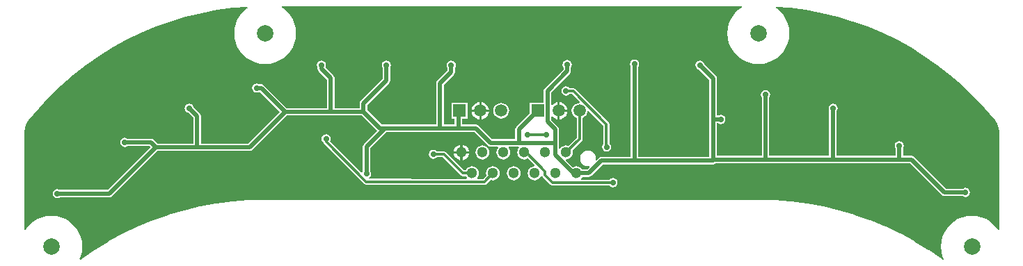
<source format=gbl>
%FSTAX23Y23*%
%MOMM*%
%SFA1B1*%

%IPPOS*%
%ADD17C,0.299999*%
%ADD18C,0.499999*%
%ADD19C,1.499997*%
%ADD20R,1.499997X1.499997*%
%ADD21C,1.299997*%
%ADD22C,1.999996*%
%ADD23C,0.699999*%
%LNfront_sensor-1*%
%LPD*%
G36*
X27999Y24169D02*
X27789Y24039D01*
X27339Y23659*
X26959Y23209*
X26649Y22709*
X26419Y22159*
X26279Y21589*
X26239Y20999*
X26279Y20409*
X26419Y19839*
X26649Y19289*
X26959Y18789*
X27339Y18339*
X27789Y17959*
X28289Y17649*
X28839Y17419*
X29409Y17279*
X29999Y17239*
X30589Y17279*
X31159Y17419*
X31709Y17649*
X32209Y17959*
X32659Y18339*
X33039Y18789*
X33349Y19289*
X33579Y19839*
X33719Y20409*
X33759Y20999*
X33719Y21589*
X33579Y22159*
X33349Y22709*
X33039Y23209*
X32659Y23659*
X32209Y24039*
X32119Y24099*
X32159Y24229*
X33879Y24089*
X35809Y23829*
X37719Y23469*
X39609Y23019*
X41479Y22459*
X43309Y21799*
X45099Y21049*
X46859Y20209*
X48559Y19269*
X50209Y18239*
X51809Y17129*
X53349Y15939*
X54819Y14669*
X56219Y13319*
X57539Y11889*
X58779Y10429*
X59059Y09969*
X59229Y09489*
X59289Y08939*
Y-02959*
X59169Y-02999*
X59039Y-02789*
X58659Y-02339*
X58209Y-01959*
X57709Y-01649*
X57159Y-01419*
X56589Y-01279*
X55999Y-01239*
X55409Y-01279*
X54839Y-01419*
X54289Y-01649*
X53789Y-01959*
X53339Y-02339*
X52959Y-02789*
X52649Y-03289*
X52419Y-03839*
X52279Y-04409*
X52239Y-04999*
X52279Y-05589*
X52419Y-06159*
X52569Y-06519*
X52469Y-06599*
X52379Y-06539*
X52369Y-06529*
X52349Y-06519*
X50739Y-05409*
X50719*
X50709Y-05389*
X49039Y-04379*
X49019Y-04369*
X49009Y-04359*
X47289Y-03429*
X47269Y-03419*
X47259Y-03409*
X45489Y-02579*
X45469Y-02569*
X45459Y-02559*
X43649Y-01819*
X43629Y-01809*
X43619Y-01799*
X41769Y-01149*
X41749*
X41739Y-01139*
X39859Y-00589*
X39839*
X39829Y-00579*
X37929Y-00129*
X37909Y-00119*
X37889*
X35969Y00239*
X35949*
X35929*
X33989Y00499*
X33979*
X33959*
X32009Y00649*
X31989*
X31969*
X30019Y00709*
X30009Y00699*
X29999Y00709*
X-29999*
X-30009Y00699*
X-30019Y00709*
X-31969Y00649*
X-31989*
X-32009*
X-33959Y00499*
X-33979*
X-33989*
X-35929Y00239*
X-35949*
X-35969*
X-37889Y-00119*
X-37909*
X-37929Y-00129*
X-39829Y-00579*
X-39839Y-00589*
X-39859*
X-41739Y-01139*
X-41749Y-01149*
X-41769*
X-43619Y-01799*
X-43629Y-01809*
X-43649Y-01819*
X-45459Y-02559*
X-45469Y-02569*
X-45489Y-02579*
X-47259Y-03409*
X-47269Y-03419*
X-47289Y-03429*
X-49009Y-04359*
X-49019Y-04369*
X-49039Y-04379*
X-50709Y-05389*
X-50719Y-05409*
X-50739*
X-52349Y-06519*
X-52369Y-06529*
X-52379Y-06539*
X-52469Y-06599*
X-52569Y-06519*
X-52419Y-06159*
X-52279Y-05589*
X-52239Y-04999*
X-52279Y-04409*
X-52419Y-03839*
X-52649Y-03289*
X-52959Y-02789*
X-53339Y-02339*
X-53789Y-01959*
X-54289Y-01649*
X-54839Y-01419*
X-55409Y-01279*
X-55999Y-01239*
X-56589Y-01279*
X-57159Y-01419*
X-57709Y-01649*
X-58209Y-01959*
X-58659Y-02339*
X-59039Y-02789*
X-59169Y-02999*
X-59289Y-02959*
Y08939*
X-59229Y09489*
X-59059Y09969*
X-58779Y10429*
X-57539Y11889*
X-56219Y13319*
X-54819Y14669*
X-53349Y15939*
X-51809Y17129*
X-50209Y18239*
X-48559Y19269*
X-46859Y20209*
X-45099Y21049*
X-43309Y21799*
X-41479Y22459*
X-39609Y23019*
X-37719Y23469*
X-35809Y23829*
X-33879Y24089*
X-32159Y24229*
X-32119Y24099*
X-32209Y24039*
X-32659Y23659*
X-33039Y23209*
X-33349Y22709*
X-33579Y22159*
X-33719Y21589*
X-33759Y20999*
X-33719Y20409*
X-33579Y19839*
X-33349Y19289*
X-33039Y18789*
X-32659Y18339*
X-32209Y17959*
X-31709Y17649*
X-31159Y17419*
X-30589Y17279*
X-29999Y17239*
X-29409Y17279*
X-28839Y17419*
X-28289Y17649*
X-27789Y17959*
X-27339Y18339*
X-26959Y18789*
X-26649Y19289*
X-26419Y19839*
X-26279Y20409*
X-26239Y20999*
X-26279Y21589*
X-26419Y22159*
X-26649Y22709*
X-26959Y23209*
X-27339Y23659*
X-27789Y24039*
X-27999Y24169*
X-27959Y24289*
X27959*
X27999Y24169*
G37*
%LNfront_sensor-2*%
%LPC*%
G36*
X14949Y17809D02*
X14739Y17769D01*
X14549Y17649*
X14429Y17459*
X14389Y17249*
X14429Y17039*
X14489Y16949*
Y05919*
X10919*
X10749Y05879*
X10599Y05789*
X10329Y05519*
X10209Y05579*
X10229Y05739*
X10199Y05979*
X10099Y06219*
X09949Y06409*
X09749Y06569*
X09519Y06659*
X09269Y06699*
X09029Y06659*
X08789Y06569*
X08599Y06409*
X08439Y06219*
X08349Y05979*
X08319Y05739*
X08349Y05489*
X08439Y05259*
X08599Y05059*
X08789Y04909*
X09029Y04809*
X09269Y04779*
X09429Y04799*
X09489Y04679*
X09209Y04399*
X08589*
X08479Y04539*
X08299Y04679*
X08099Y04769*
X07869Y04789*
X07649Y04769*
X07449Y04679*
X07429Y04669*
X06599Y05499*
X06649Y05629*
X06829Y05649*
X07029Y05729*
X07209Y05869*
X07349Y06049*
X07429Y06259*
X07459Y06479*
X07429Y06699*
X07399Y06769*
X08509Y07879*
X08579Y07989*
X08609Y08129*
Y10679*
X08729Y10729*
X08929Y10879*
X09079Y11079*
X09179Y11309*
X09209Y11549*
X09249Y11579*
X09329Y11609*
X11179Y09759*
Y07539*
X11149Y07519*
X11029Y07339*
X10989Y07119*
X11029Y06909*
X11149Y06729*
X11339Y06609*
X11549Y06559*
X11759Y06609*
X11949Y06729*
X12069Y06909*
X12109Y07119*
X12069Y07339*
X11949Y07519*
X11889Y07559*
Y09909*
X11859Y10049*
X11789Y10159*
X07719Y14229*
X07609Y14299*
X07469Y14329*
X07019*
X06999Y14369*
X06809Y14489*
X06599Y14539*
X06389Y14489*
X06199Y14369*
X06079Y14189*
X06039Y13979*
X06079Y13759*
X06199Y13579*
X06389Y13459*
X06599Y13409*
X06809Y13459*
X06999Y13579*
X07019Y13619*
X07319*
X08309Y12629*
X08269Y12549*
X08249Y12509*
X08009Y12479*
X07779Y12389*
X07579Y12229*
X07429Y12039*
X07329Y11809*
X07299Y11559*
X07329Y11309*
X07429Y11079*
X07579Y10879*
X07779Y10729*
X07899Y10679*
Y08279*
X06899Y07279*
X06829Y07309*
X06599Y07329*
X06379Y07309*
X06179Y07219*
X05999Y07079*
X05859Y06909*
Y06899*
X05729Y06929*
Y07629*
Y09269*
X05699Y09449*
X05599Y09599*
X04809Y10389*
Y10819*
X04929Y10859*
X04969Y10809*
X05189Y10639*
X05439Y10529*
X05569Y10519*
Y11559*
Y12599*
X05439Y12579*
X05189Y12469*
X04969Y12309*
X04929Y12259*
X04809Y12299*
Y13809*
X07069Y16079*
X07169Y16219*
X07209Y16399*
Y16869*
X07269Y16959*
X07309Y17169*
X07269Y17389*
X07149Y17569*
X06959Y17689*
X06749Y17739*
X06539Y17689*
X06349Y17569*
X06229Y17389*
X06189Y17169*
X06229Y16959*
X06289Y16869*
Y16589*
X04029Y14319*
X03929Y14179*
X03889Y13999*
Y12509*
X02219*
Y11259*
X00559Y09599*
X00469Y09449*
X00429Y09269*
Y08089*
X-02359*
X-03989Y09719*
X-04139Y09819*
X-04319Y09859*
X-06019*
Y10609*
X-05399*
Y12509*
X-07299*
Y10609*
X-06939*
Y09859*
X-08269*
Y14709*
X-07029Y15949*
X-06929Y16099*
X-06889Y16269*
Y16819*
X-06829Y16909*
X-06789Y17119*
X-06829Y17339*
X-06949Y17519*
X-07139Y17639*
X-07349Y17689*
X-07559Y17639*
X-07749Y17519*
X-07869Y17339*
X-07909Y17119*
X-07869Y16909*
X-07809Y16819*
Y16469*
X-09049Y15219*
X-09149Y15079*
X-09179Y14899*
Y09859*
X-15809*
X-17579Y11619*
Y12249*
X-14929Y14899*
X-14829Y15049*
X-14789Y15229*
Y16799*
X-14729Y16889*
X-14689Y17099*
X-14729Y17309*
X-14849Y17499*
X-15039Y17619*
X-15249Y17659*
X-15459Y17619*
X-15649Y17499*
X-15769Y17309*
X-15809Y17099*
X-15769Y16889*
X-15709Y16799*
Y15419*
X-18359Y12769*
X-18459Y12619*
X-18489Y12439*
Y11889*
X-21569*
Y15549*
X-21599Y15729*
X-21699Y15869*
X-22659Y16839*
X-22629Y16889*
X-22589Y17099*
X-22629Y17309*
X-22749Y17499*
X-22939Y17619*
X-23149Y17659*
X-23359Y17619*
X-23549Y17499*
X-23669Y17309*
X-23709Y17099*
X-23669Y16889*
X-23609Y16799*
Y16669*
X-23569Y16499*
X-23469Y16349*
X-22479Y15359*
Y11889*
X-27369*
X-30129Y14649*
X-30279Y14749*
X-30449Y14779*
X-30719*
X-30809Y14839*
X-31019Y14889*
X-31239Y14839*
X-31419Y14719*
X-31539Y14539*
X-31589Y14319*
X-31539Y14109*
X-31419Y13929*
X-31239Y13809*
X-31019Y13759*
X-30809Y13809*
X-30719Y13869*
X-30639*
X-28209Y11429*
X-32069Y07569*
X-37819*
Y10899*
X-37849Y11079*
X-37949Y11219*
X-38689Y11959*
X-38709Y12059*
X-38829Y12249*
X-39009Y12369*
X-39219Y12409*
X-39439Y12369*
X-39619Y12249*
X-39739Y12059*
X-39789Y11849*
X-39739Y11639*
X-39619Y11449*
X-39439Y11329*
X-39329Y11309*
X-38729Y10709*
Y07569*
X-43119*
X-43569Y08019*
X-43719Y08119*
X-43899Y08159*
X-46769*
X-46859Y08219*
X-47079Y08259*
X-47289Y08219*
X-47469Y08099*
X-47589Y07909*
X-47639Y07699*
X-47589Y07489*
X-47469Y07299*
X-47289Y07179*
X-47079Y07139*
X-46859Y07179*
X-46769Y07239*
X-44089*
X-43959Y07109*
X-49159Y01909*
X-54969*
X-55059Y01969*
X-55279Y02009*
X-55489Y01969*
X-55669Y01849*
X-55789Y01659*
X-55839Y01449*
X-55789Y01239*
X-55669Y01049*
X-55489Y00929*
X-55279Y00889*
X-55059Y00929*
X-54969Y00989*
X-48969*
X-48789Y01029*
X-48639Y01129*
X-43119Y06649*
X-31879*
X-31699Y06689*
X-31549Y06789*
X-27369Y10969*
X-18219*
X-16359Y09109*
X-17999Y07469*
X-18099Y07329*
X-18129Y07149*
Y04179*
X-18189Y04089*
X-18199Y04069*
X-18319Y04029*
X-22129Y07839*
X-22059Y07939*
X-22019Y08149*
X-22059Y08369*
X-22179Y08549*
X-22369Y08669*
X-22579Y08709*
X-22789Y08669*
X-22979Y08549*
X-23099Y08369*
X-23139Y08149*
X-23099Y07939*
X-22979Y07759*
X-22919Y07719*
X-22909Y07649*
X-22829Y07539*
X-17959Y02659*
X-17839Y02579*
X-17699Y02559*
X-12369*
Y02549*
X-12229Y02529*
X-03339*
X-03199Y02549*
X-03089Y02629*
X-02579Y03139*
X-02509Y03109*
X-02289Y03079*
X-02059Y03109*
X-01859Y03189*
X-01679Y03329*
X-01539Y03509*
X-01459Y03719*
X-01429Y03939*
X-01459Y04159*
X-01539Y04369*
X-01679Y04539*
X-01859Y04679*
X-02059Y04769*
X-02289Y04789*
X-02509Y04769*
X-02709Y04679*
X-02889Y04539*
X-03029Y04369*
X-03109Y04159*
X-03139Y03939*
X-03109Y03719*
X-03079Y03639*
X-03489Y03239*
X-04139*
X-04189Y03369*
X-04079Y03509*
X-03999Y03719*
X-03969Y03939*
X-03999Y04159*
X-04079Y04369*
X-04219Y04539*
X-04399Y04679*
X-04599Y04769*
X-04829Y04789*
X-05049Y04769*
X-05249Y04679*
X-05429Y04539*
X-05569Y04369*
X-05599Y04289*
X-05819*
X-08029Y06499*
X-08149Y06579*
X-08279Y06609*
X-09099*
X-09129Y06649*
X-09309Y06769*
X-09519Y06809*
X-09739Y06769*
X-09919Y06649*
X-10039Y06459*
X-10089Y06249*
X-10039Y06039*
X-09919Y05849*
X-09739Y05729*
X-09519Y05689*
X-09309Y05729*
X-09129Y05849*
X-09099Y05889*
X-08429*
X-06219Y03679*
X-06109Y03609*
X-05969Y03579*
X-05599*
X-05569Y03509*
X-05459Y03369*
X-05509Y03239*
X-12119*
X-12259Y03269*
X-17359*
X-17399Y03399*
X-17279Y03479*
X-17159Y03659*
X-17109Y03879*
X-17159Y04089*
X-17219Y04179*
Y06959*
X-15239Y08939*
X-04509*
X-02879Y07309*
X-02729Y07209*
X-02549Y07169*
X-01699*
X-01649Y07049*
X-01759Y06909*
X-01839Y06699*
X-01869Y06479*
X-01839Y06259*
X-01759Y06049*
X-01619Y05869*
X-01439Y05729*
X-01239Y05649*
X-01019Y05619*
X-00789Y05649*
X-00589Y05729*
X-00409Y05869*
X-00269Y06049*
X-00189Y06259*
X-00159Y06479*
X-00189Y06699*
X-00269Y06909*
X-00379Y07049*
X-00329Y07169*
X00839*
X00889Y07049*
X00779Y06909*
X00699Y06699*
X00669Y06479*
X00699Y06259*
X00779Y06049*
X00919Y05869*
X01099Y05729*
X01299Y05649*
X01519Y05619*
X01749Y05649*
X01949Y05729*
X01969Y05749*
X02799Y04909*
X02749Y04789*
X02569Y04769*
X02369Y04679*
X02189Y04539*
X02049Y04369*
X01969Y04159*
X01939Y03939*
X01969Y03719*
X02049Y03509*
X02189Y03329*
X02369Y03189*
X02569Y03109*
X02789Y03079*
X03019Y03109*
X03219Y03189*
X03399Y03329*
X03539Y03509*
X03599Y03659*
X03729Y03639*
X03749Y03569*
X03819Y03449*
X04729Y02539*
X04849Y02459*
X04989Y02439*
X11899*
X11919Y02399*
X12099Y02279*
X12319Y02229*
X12529Y02279*
X12719Y02399*
X12839Y02579*
X12879Y02789*
X12839Y03009*
X12719Y03189*
X12529Y03309*
X12319Y03349*
X12099Y03309*
X11919Y03189*
X11899Y03149*
X08449*
X08409Y03279*
X08479Y03329*
X08589Y03479*
X09399*
X09569Y03509*
X09719Y03609*
X11109Y04999*
X24509*
X24689Y05039*
X24819Y05129*
X48449*
X52299Y01279*
X52449Y01179*
X52629Y01139*
X54899*
X54989Y01079*
X55199Y01039*
X55409Y01079*
X55599Y01199*
X55719Y01389*
X55759Y01599*
X55719Y01809*
X55599Y01999*
X55409Y02119*
X55199Y02159*
X54989Y02119*
X54899Y02059*
X52819*
X48969Y05909*
X48819Y06009*
X48639Y06049*
X47609*
Y06999*
X47669Y07089*
X47709Y07299*
X47669Y07509*
X47549Y07699*
X47359Y07819*
X47149Y07859*
X46939Y07819*
X46749Y07699*
X46629Y07509*
X46589Y07299*
X46629Y07089*
X46689Y06999*
Y06049*
X39529*
Y11469*
X39639Y11639*
X39689Y11849*
X39639Y12059*
X39519Y12249*
X39339Y12369*
X39119Y12409*
X38909Y12369*
X38729Y12249*
X38609Y12059*
X38559Y11849*
X38609Y11639*
X38619Y11619*
Y06049*
X31329*
Y13199*
X31389Y13289*
X31439Y13499*
X31389Y13709*
X31269Y13899*
X31089Y14019*
X30879Y14059*
X30659Y14019*
X30479Y13899*
X30359Y13709*
X30309Y13499*
X30359Y13289*
X30419Y13199*
Y06049*
X24969*
Y10039*
X25149*
X25239Y09979*
X25449Y09939*
X25659Y09979*
X25849Y10099*
X25969Y10289*
X26009Y10499*
X25969Y10709*
X25849Y10899*
X25659Y11019*
X25449Y11059*
X25239Y11019*
X25149Y10959*
X24969*
Y15509*
X24929Y15689*
X24839Y15839*
X23439Y17229*
X23419Y17339*
X23299Y17519*
X23109Y17639*
X22899Y17689*
X22689Y17639*
X22499Y17519*
X22379Y17339*
X22339Y17119*
X22379Y16909*
X22499Y16729*
X22689Y16609*
X22789Y16589*
X24049Y15319*
Y10449*
Y05919*
X15409*
Y16949*
X15469Y17039*
X15509Y17249*
X15469Y17459*
X15349Y17649*
X15159Y17769*
X14949Y17809*
G37*
G36*
X-06249Y07419D02*
X-06339Y07399D01*
X-06579Y07309*
X-06769Y07149*
X-06929Y06959*
X-07019Y06719*
X-07029Y06629*
X-06249*
Y07419*
G37*
G36*
X-05949D02*
Y06629D01*
X-05159*
X-05169Y06719*
X-05269Y06959*
X-05419Y07149*
X-05619Y07309*
X-05849Y07399*
X-05949Y07419*
G37*
G36*
X-03559Y07329D02*
X-03779Y07309D01*
X-03979Y07219*
X-04159Y07079*
X-04299Y06909*
X-04379Y06699*
X-04409Y06479*
X-04379Y06259*
X-04299Y06049*
X-04159Y05869*
X-03979Y05729*
X-03779Y05649*
X-03559Y05619*
X-03329Y05649*
X-03129Y05729*
X-02949Y05869*
X-02809Y06049*
X-02729Y06259*
X-02699Y06479*
X-02729Y06699*
X-02809Y06909*
X-02949Y07079*
X-03129Y07219*
X-03329Y07309*
X-03559Y07329*
G37*
G36*
X00249Y04789D02*
X00029Y04769D01*
X-00169Y04679*
X-00349Y04539*
X-00489Y04369*
X-00569Y04159*
X-00599Y03939*
X-00569Y03719*
X-00489Y03509*
X-00349Y03329*
X-00169Y03189*
X00029Y03109*
X00249Y03079*
X00479Y03109*
X00679Y03189*
X00859Y03329*
X00999Y03509*
X01079Y03719*
X01109Y03939*
X01079Y04159*
X00999Y04369*
X00859Y04539*
X00679Y04679*
X00479Y04769*
X00249Y04789*
G37*
G36*
X-06249Y06329D02*
X-07029D01*
X-07019Y06229*
X-06929Y05999*
X-06769Y05799*
X-06579Y05649*
X-06339Y05549*
X-06249Y05539*
Y06329*
G37*
G36*
X-05159D02*
X-05949D01*
Y05539*
X-05849Y05549*
X-05619Y05649*
X-05419Y05799*
X-05269Y05999*
X-05169Y06229*
X-05159Y06329*
G37*
G36*
X-03959Y12599D02*
X-04079Y12579D01*
X-04339Y12469*
X-04559Y12309*
X-04729Y12089*
X-04829Y11829*
X-04849Y11709*
X-03959*
Y12599*
G37*
G36*
X-03659D02*
Y11709D01*
X-02769*
X-02789Y11829*
X-02889Y12089*
X-03059Y12309*
X-03279Y12469*
X-03539Y12579*
X-03659Y12599*
G37*
G36*
X05859D02*
Y11709D01*
X06749*
X06739Y11829*
X06629Y12089*
X06459Y12309*
X06239Y12469*
X05989Y12579*
X05859Y12599*
G37*
G36*
X-01269Y12519D02*
X-01519Y12479D01*
X-01749Y12389*
X-01949Y12229*
X-02099Y12039*
X-02199Y11809*
X-02229Y11559*
X-02199Y11309*
X-02099Y11079*
X-01949Y10879*
X-01749Y10729*
X-01519Y10629*
X-01269Y10599*
X-01019Y10629*
X-00789Y10729*
X-00589Y10879*
X-00439Y11079*
X-00339Y11309*
X-00309Y11559*
X-00339Y11809*
X-00439Y12039*
X-00589Y12229*
X-00789Y12389*
X-01019Y12479*
X-01269Y12519*
G37*
G36*
X-03959Y11409D02*
X-04849D01*
X-04829Y11279*
X-04729Y11029*
X-04559Y10809*
X-04339Y10639*
X-04079Y10529*
X-03959Y10519*
Y11409*
G37*
G36*
X-02769D02*
X-03659D01*
Y10519*
X-03539Y10529*
X-03279Y10639*
X-03059Y10809*
X-02889Y11029*
X-02789Y11279*
X-02769Y11409*
G37*
G36*
X06749D02*
X05859D01*
Y10519*
X05989Y10529*
X06239Y10639*
X06459Y10809*
X06629Y11029*
X06739Y11279*
X06749Y11409*
G37*
%LNfront_sensor-3*%
%LPD*%
G54D17*
X01899Y08639D02*
X04189D01*
X08259Y08129D02*
Y11559D01*
X04989Y02789D02*
X12319D01*
X01519Y06479D02*
X01739D01*
X-12259Y02909D02*
X-12229Y02879D01*
X-03339*
X06599Y06479D02*
X08259Y08129D01*
X-08279Y06249D02*
X-05969Y03939D01*
X-09519Y06249D02*
X-08279D01*
X11529Y07139D02*
X11549Y07119D01*
X11529Y07139D02*
Y09909D01*
X04069Y03709D02*
X04989Y02789D01*
X04069Y03709D02*
Y04149D01*
X01739Y06479D02*
X04069Y04149D01*
X-03339Y02879D02*
X-02289Y03939D01*
X-05969D02*
X-04829D01*
X06599Y13979D02*
X07469D01*
X11529Y09909*
X-22579Y07789D02*
X-17699Y02909D01*
X-22579Y07789D02*
Y08149D01*
X-17699Y02909D02*
X-12259D01*
G54D18*
X09399Y03939D02*
X10919Y05459D01*
X-04319Y09399D02*
X-02549Y07629D01*
X00889Y07759D02*
Y09269D01*
X-18029Y11429D02*
X-15999Y09399D01*
X-31879Y07109D02*
X-27559Y11429D01*
X-48969Y01449D02*
X-43309Y07109D01*
X-06479Y09399D02*
X-04319D01*
X00889Y09269D02*
X03169Y11559D01*
X48639Y05589D02*
X52629Y01599D01*
X07509Y03939D02*
X07869D01*
X09399*
X52629Y01599D02*
X55199D01*
X47149Y05589D02*
Y07299D01*
Y05589D02*
X48639D01*
X39079D02*
Y11799D01*
X39119Y11849*
X39079Y05589D02*
X47149D01*
X-55279Y01449D02*
X-48969D01*
X-43899Y07699D02*
X-43309Y07109D01*
X-47079Y07699D02*
X-43899D01*
X-38279Y07109D02*
Y10899D01*
X-39219Y11849D02*
X-38279Y10899D01*
X-43309Y07109D02*
X-38279D01*
X-31879*
X-30449Y14319D02*
X-27559Y11429D01*
X-31019Y14319D02*
X-30449D01*
X30879Y05589D02*
Y13499D01*
X24509Y05589D02*
X30879D01*
X39079*
X22899Y17119D02*
X24509Y15509D01*
X-22019Y11429D02*
Y15549D01*
X-27559Y11429D02*
X-22019D01*
X-18029*
Y12439*
X-15249Y15229D02*
Y17099D01*
X-18029Y12439D02*
X-15249Y15229D01*
X-23149Y16669D02*
X-22019Y15549D01*
X-23149Y16669D02*
Y17099D01*
X-08729Y09399D02*
Y14899D01*
X-07349Y16269*
Y17119*
X-15999Y09399D02*
X-08729D01*
X-06479*
X05279Y06169D02*
X07509Y03939D01*
X05279Y06169D02*
Y07629D01*
X-02549D02*
X05279D01*
Y09269*
X04349Y10199D02*
X05279Y09269D01*
X04349Y10199D02*
Y13999D01*
X06749Y16399*
Y17169*
X14949Y05459D02*
Y17249D01*
X10919Y05459D02*
X14949D01*
X24509*
X24559Y10499D02*
X25449D01*
X24509Y10449D02*
X24559Y10499D01*
X24509Y05589D02*
Y10449D01*
Y15509*
X-17669Y03879D02*
Y07149D01*
X-15519Y09299*
X-06479Y09399D02*
Y11559D01*
G54D19*
X-01269Y11559D03*
X-03809D03*
X08259D03*
X05719D03*
G54D20*
X-06349Y11559D03*
X03169D03*
G54D21*
X-01019Y06479D03*
X00249Y03939D03*
X01519Y06479D03*
X02789Y03939D03*
X04059Y06479D03*
X05329Y03939D03*
X06599Y06479D03*
X07869Y03939D03*
X-02289D03*
X-03559Y06479D03*
X-04829Y03939D03*
X-06099Y06479D03*
G54D22*
X55999Y-04999D03*
X29999Y20999D03*
X-55999Y-04999D03*
X-29999Y20999D03*
G54D23*
X04189Y08639D03*
X12319Y02789D03*
X-22579Y08149D03*
X01899Y08639D03*
X-45849Y-01269D03*
X-12569Y02159D03*
X-34159Y05209D03*
X-55369Y09019D03*
X-45969Y18289D03*
X-20569Y23239D03*
X-00129Y23109D03*
X18669Y23619D03*
X39239Y21079D03*
X52959Y13719D03*
X49149Y-00629D03*
X26539Y02289D03*
X-33699Y09519D03*
X-15109Y12189D03*
X13459Y10799D03*
X19939Y15239D03*
X-23239Y12569D03*
X31999Y08639D03*
X43329Y06719D03*
X23649Y06349D03*
X-09519Y06249D03*
X-10199Y10679D03*
X-13349Y08069D03*
X-01199Y08949D03*
X11549Y07119D03*
X09699Y09649D03*
X16199Y06719D03*
X55199Y01599D03*
X47149Y07299D03*
X39119Y11849D03*
X-55279Y01449D03*
X-47079Y07699D03*
X-39219Y11849D03*
X-31019Y14319D03*
X30879Y13499D03*
X22899Y17119D03*
X-15249Y17099D03*
X-23149D03*
X-07349Y17119D03*
X06599Y13979D03*
X06749Y17169D03*
X14949Y17249D03*
X25449Y10499D03*
X-17669Y03879D03*
X-20519Y13949D03*
X12699Y14319D03*
M02*
</source>
